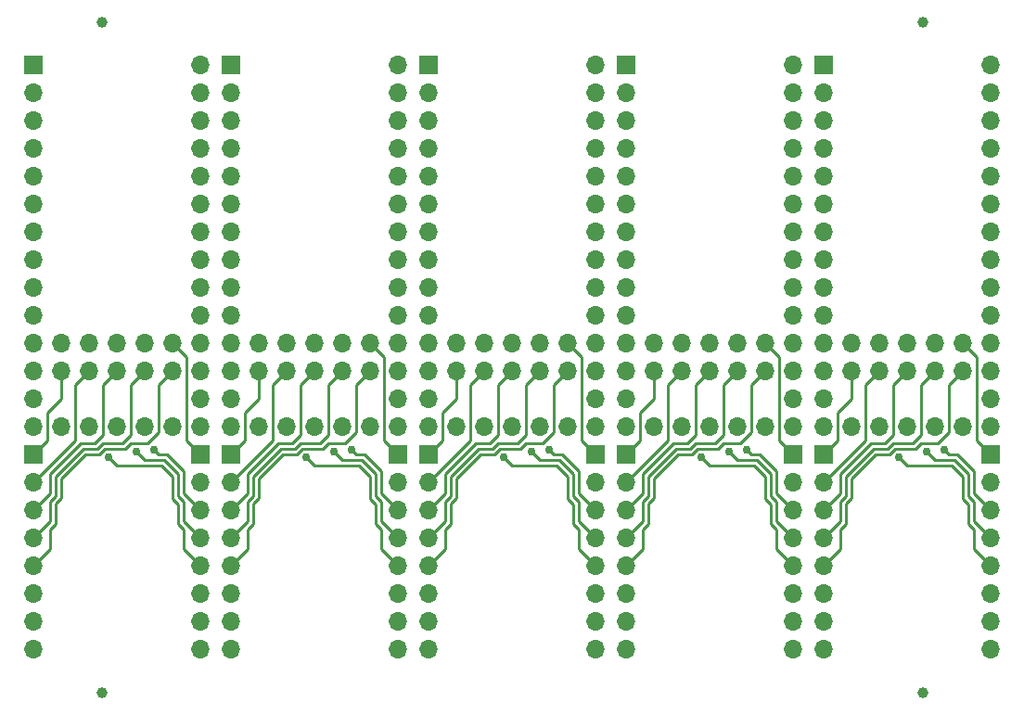
<source format=gtl>
G04 #@! TF.GenerationSoftware,KiCad,Pcbnew,(5.1.5)-3*
G04 #@! TF.CreationDate,2019-12-30T21:57:11-08:00*
G04 #@! TF.ProjectId,teensy40-bb-panel,7465656e-7379-4343-902d-62622d70616e,A*
G04 #@! TF.SameCoordinates,Original*
G04 #@! TF.FileFunction,Copper,L1,Top*
G04 #@! TF.FilePolarity,Positive*
%FSLAX46Y46*%
G04 Gerber Fmt 4.6, Leading zero omitted, Abs format (unit mm)*
G04 Created by KiCad (PCBNEW (5.1.5)-3) date 2019-12-30 21:57:11*
%MOMM*%
%LPD*%
G04 APERTURE LIST*
%ADD10O,1.700000X1.700000*%
%ADD11R,1.700000X1.700000*%
%ADD12C,1.000000*%
%ADD13C,0.762000*%
%ADD14C,0.254000*%
%ADD15C,0.250000*%
G04 APERTURE END LIST*
D10*
X122174000Y-114808000D03*
X124714000Y-114808000D03*
X127254000Y-114808000D03*
X129794000Y-114808000D03*
X132334000Y-114808000D03*
X132334000Y-107188000D03*
X129794000Y-107188000D03*
X127254000Y-107188000D03*
X124714000Y-107188000D03*
X122174000Y-107188000D03*
X122174000Y-109728000D03*
X124714000Y-109728000D03*
X127254000Y-109728000D03*
X129794000Y-109728000D03*
X132334000Y-109728000D03*
X119634000Y-84328000D03*
X119634000Y-86868000D03*
X119634000Y-89408000D03*
X119634000Y-91948000D03*
X119634000Y-94488000D03*
X119634000Y-97028000D03*
X119634000Y-99568000D03*
X119634000Y-102108000D03*
X119634000Y-104648000D03*
X119634000Y-107188000D03*
X119634000Y-109728000D03*
X119634000Y-112268000D03*
X119634000Y-114808000D03*
X134874000Y-114808000D03*
X134874000Y-112268000D03*
X134874000Y-109728000D03*
X134874000Y-107188000D03*
X134874000Y-104648000D03*
X134874000Y-102108000D03*
X134874000Y-99568000D03*
X134874000Y-97028000D03*
X134874000Y-94488000D03*
X134874000Y-91948000D03*
X134874000Y-89408000D03*
X134874000Y-86868000D03*
X134874000Y-84328000D03*
X134874000Y-81788000D03*
D11*
X119634000Y-81788000D03*
D10*
X158242000Y-114808000D03*
X160782000Y-114808000D03*
X163322000Y-114808000D03*
X165862000Y-114808000D03*
X168402000Y-114808000D03*
X168402000Y-107188000D03*
X165862000Y-107188000D03*
X163322000Y-107188000D03*
X160782000Y-107188000D03*
X158242000Y-107188000D03*
X158242000Y-109728000D03*
X160782000Y-109728000D03*
X163322000Y-109728000D03*
X165862000Y-109728000D03*
X168402000Y-109728000D03*
X155702000Y-84328000D03*
X155702000Y-86868000D03*
X155702000Y-89408000D03*
X155702000Y-91948000D03*
X155702000Y-94488000D03*
X155702000Y-97028000D03*
X155702000Y-99568000D03*
X155702000Y-102108000D03*
X155702000Y-104648000D03*
X155702000Y-107188000D03*
X155702000Y-109728000D03*
X155702000Y-112268000D03*
X155702000Y-114808000D03*
X170942000Y-114808000D03*
X170942000Y-112268000D03*
X170942000Y-109728000D03*
X170942000Y-107188000D03*
X170942000Y-104648000D03*
X170942000Y-102108000D03*
X170942000Y-99568000D03*
X170942000Y-97028000D03*
X170942000Y-94488000D03*
X170942000Y-91948000D03*
X170942000Y-89408000D03*
X170942000Y-86868000D03*
X170942000Y-84328000D03*
X170942000Y-81788000D03*
D11*
X155702000Y-81788000D03*
D10*
X176276000Y-114808000D03*
X178816000Y-114808000D03*
X181356000Y-114808000D03*
X183896000Y-114808000D03*
X186436000Y-114808000D03*
X186436000Y-107188000D03*
X183896000Y-107188000D03*
X181356000Y-107188000D03*
X178816000Y-107188000D03*
X176276000Y-107188000D03*
X176276000Y-109728000D03*
X178816000Y-109728000D03*
X181356000Y-109728000D03*
X183896000Y-109728000D03*
X186436000Y-109728000D03*
X173736000Y-84328000D03*
X173736000Y-86868000D03*
X173736000Y-89408000D03*
X173736000Y-91948000D03*
X173736000Y-94488000D03*
X173736000Y-97028000D03*
X173736000Y-99568000D03*
X173736000Y-102108000D03*
X173736000Y-104648000D03*
X173736000Y-107188000D03*
X173736000Y-109728000D03*
X173736000Y-112268000D03*
X173736000Y-114808000D03*
X188976000Y-114808000D03*
X188976000Y-112268000D03*
X188976000Y-109728000D03*
X188976000Y-107188000D03*
X188976000Y-104648000D03*
X188976000Y-102108000D03*
X188976000Y-99568000D03*
X188976000Y-97028000D03*
X188976000Y-94488000D03*
X188976000Y-91948000D03*
X188976000Y-89408000D03*
X188976000Y-86868000D03*
X188976000Y-84328000D03*
X188976000Y-81788000D03*
D11*
X173736000Y-81788000D03*
D10*
X140208000Y-114808000D03*
X142748000Y-114808000D03*
X145288000Y-114808000D03*
X147828000Y-114808000D03*
X150368000Y-114808000D03*
X150368000Y-107188000D03*
X147828000Y-107188000D03*
X145288000Y-107188000D03*
X142748000Y-107188000D03*
X140208000Y-107188000D03*
X140208000Y-109728000D03*
X142748000Y-109728000D03*
X145288000Y-109728000D03*
X147828000Y-109728000D03*
X150368000Y-109728000D03*
X137668000Y-84328000D03*
X137668000Y-86868000D03*
X137668000Y-89408000D03*
X137668000Y-91948000D03*
X137668000Y-94488000D03*
X137668000Y-97028000D03*
X137668000Y-99568000D03*
X137668000Y-102108000D03*
X137668000Y-104648000D03*
X137668000Y-107188000D03*
X137668000Y-109728000D03*
X137668000Y-112268000D03*
X137668000Y-114808000D03*
X152908000Y-114808000D03*
X152908000Y-112268000D03*
X152908000Y-109728000D03*
X152908000Y-107188000D03*
X152908000Y-104648000D03*
X152908000Y-102108000D03*
X152908000Y-99568000D03*
X152908000Y-97028000D03*
X152908000Y-94488000D03*
X152908000Y-91948000D03*
X152908000Y-89408000D03*
X152908000Y-86868000D03*
X152908000Y-84328000D03*
X152908000Y-81788000D03*
D11*
X137668000Y-81788000D03*
X116840000Y-117348000D03*
D10*
X116840000Y-119888000D03*
X116840000Y-122428000D03*
X116840000Y-124968000D03*
X116840000Y-127508000D03*
X116840000Y-130048000D03*
X116840000Y-132588000D03*
X116840000Y-135128000D03*
D11*
X101600000Y-117348000D03*
D10*
X101600000Y-119888000D03*
X101600000Y-122428000D03*
X101600000Y-124968000D03*
X101600000Y-127508000D03*
X101600000Y-130048000D03*
X101600000Y-132588000D03*
X101600000Y-135128000D03*
D11*
X101600000Y-81788000D03*
D10*
X116840000Y-81788000D03*
X116840000Y-84328000D03*
X116840000Y-86868000D03*
X116840000Y-89408000D03*
X116840000Y-91948000D03*
X116840000Y-94488000D03*
X116840000Y-97028000D03*
X116840000Y-99568000D03*
X116840000Y-102108000D03*
X116840000Y-104648000D03*
X116840000Y-107188000D03*
X116840000Y-109728000D03*
X116840000Y-112268000D03*
X116840000Y-114808000D03*
X101600000Y-114808000D03*
X101600000Y-112268000D03*
X101600000Y-109728000D03*
X101600000Y-107188000D03*
X101600000Y-104648000D03*
X101600000Y-102108000D03*
X101600000Y-99568000D03*
X101600000Y-97028000D03*
X101600000Y-94488000D03*
X101600000Y-91948000D03*
X101600000Y-89408000D03*
X101600000Y-86868000D03*
X101600000Y-84328000D03*
X114300000Y-109728000D03*
X111760000Y-109728000D03*
X109220000Y-109728000D03*
X106680000Y-109728000D03*
X104140000Y-109728000D03*
X104140000Y-107188000D03*
X106680000Y-107188000D03*
X109220000Y-107188000D03*
X111760000Y-107188000D03*
X114300000Y-107188000D03*
X114300000Y-114808000D03*
X111760000Y-114808000D03*
X109220000Y-114808000D03*
X106680000Y-114808000D03*
X104140000Y-114808000D03*
D12*
X182753000Y-77851000D03*
X107823000Y-77851000D03*
D10*
X152908000Y-135128000D03*
X152908000Y-132588000D03*
X152908000Y-130048000D03*
X152908000Y-127508000D03*
X152908000Y-124968000D03*
X152908000Y-122428000D03*
X152908000Y-119888000D03*
D11*
X152908000Y-117348000D03*
D10*
X173736000Y-135128000D03*
X173736000Y-132588000D03*
X173736000Y-130048000D03*
X173736000Y-127508000D03*
X173736000Y-124968000D03*
X173736000Y-122428000D03*
X173736000Y-119888000D03*
D11*
X173736000Y-117348000D03*
D10*
X137668000Y-135128000D03*
X137668000Y-132588000D03*
X137668000Y-130048000D03*
X137668000Y-127508000D03*
X137668000Y-124968000D03*
X137668000Y-122428000D03*
X137668000Y-119888000D03*
D11*
X137668000Y-117348000D03*
D10*
X155702000Y-135128000D03*
X155702000Y-132588000D03*
X155702000Y-130048000D03*
X155702000Y-127508000D03*
X155702000Y-124968000D03*
X155702000Y-122428000D03*
X155702000Y-119888000D03*
D11*
X155702000Y-117348000D03*
D10*
X188976000Y-135128000D03*
X188976000Y-132588000D03*
X188976000Y-130048000D03*
X188976000Y-127508000D03*
X188976000Y-124968000D03*
X188976000Y-122428000D03*
X188976000Y-119888000D03*
D11*
X188976000Y-117348000D03*
D10*
X170942000Y-135128000D03*
X170942000Y-132588000D03*
X170942000Y-130048000D03*
X170942000Y-127508000D03*
X170942000Y-124968000D03*
X170942000Y-122428000D03*
X170942000Y-119888000D03*
D11*
X170942000Y-117348000D03*
D10*
X134874000Y-135128000D03*
X134874000Y-132588000D03*
X134874000Y-130048000D03*
X134874000Y-127508000D03*
X134874000Y-124968000D03*
X134874000Y-122428000D03*
X134874000Y-119888000D03*
D11*
X134874000Y-117348000D03*
D10*
X119634000Y-135128000D03*
X119634000Y-132588000D03*
X119634000Y-130048000D03*
X119634000Y-127508000D03*
X119634000Y-124968000D03*
X119634000Y-122428000D03*
X119634000Y-119888000D03*
D11*
X119634000Y-117348000D03*
D12*
X107823000Y-139065000D03*
X182753000Y-139065000D03*
D13*
X162560000Y-117602000D03*
X180594000Y-117602000D03*
X108458000Y-117602000D03*
X144526000Y-117602000D03*
X126492000Y-117602000D03*
X147066000Y-117094000D03*
X183134000Y-117094000D03*
X129032000Y-117094000D03*
X110998000Y-117094000D03*
X165100000Y-117094000D03*
X184688816Y-116870816D03*
X166654816Y-116870816D03*
X112552816Y-116870816D03*
X130586816Y-116870816D03*
X148620816Y-116870816D03*
D14*
X185166000Y-115316000D02*
X184150000Y-116332000D01*
X164040434Y-116840000D02*
X162218868Y-116840000D01*
X157226000Y-125984000D02*
X156551999Y-126658001D01*
X139192000Y-125984000D02*
X138517999Y-126658001D01*
X158242019Y-119546849D02*
X158242018Y-121324850D01*
X144184868Y-116840000D02*
X143676868Y-117348000D01*
X121158000Y-125984000D02*
X120483999Y-126658001D01*
X139192000Y-124206000D02*
X139192000Y-125984000D01*
X149098000Y-115316000D02*
X148082000Y-116332000D01*
X128480434Y-116332000D02*
X127972434Y-116840000D01*
X131064000Y-115316000D02*
X130048000Y-116332000D01*
X157734000Y-121832868D02*
X157734000Y-123698000D01*
X182074434Y-116840000D02*
X180252868Y-116840000D01*
X122174018Y-121324850D02*
X121666000Y-121832868D01*
X146514434Y-116332000D02*
X146006434Y-116840000D01*
X166116000Y-116332000D02*
X164548434Y-116332000D01*
X182582434Y-116332000D02*
X182074434Y-116840000D01*
X148082000Y-116332000D02*
X146514434Y-116332000D01*
X175768000Y-121832868D02*
X175768000Y-123698000D01*
X176276018Y-121324850D02*
X175768000Y-121832868D01*
X139700000Y-121832868D02*
X139700000Y-123698000D01*
X179744868Y-117348000D02*
X178474868Y-117348000D01*
X158242018Y-121324850D02*
X157734000Y-121832868D01*
X143676868Y-117348000D02*
X142406868Y-117348000D01*
X126150868Y-116840000D02*
X125642868Y-117348000D01*
X175260000Y-124206000D02*
X175260000Y-125984000D01*
X121158000Y-124206000D02*
X121158000Y-125984000D01*
X161710868Y-117348000D02*
X160440868Y-117348000D01*
X176276019Y-119546849D02*
X176276018Y-121324850D01*
X175260000Y-125984000D02*
X174585999Y-126658001D01*
X167132000Y-115316000D02*
X166116000Y-116332000D01*
X164548434Y-116332000D02*
X164040434Y-116840000D01*
X140208019Y-119546849D02*
X140208018Y-121324850D01*
X122174019Y-119546849D02*
X122174018Y-121324850D01*
X127972434Y-116840000D02*
X126150868Y-116840000D01*
X125642868Y-117348000D02*
X124372868Y-117348000D01*
X121666000Y-121832868D02*
X121666000Y-123698000D01*
X140208018Y-121324850D02*
X139700000Y-121832868D01*
X157226000Y-124206000D02*
X157226000Y-125984000D01*
X184150000Y-116332000D02*
X182582434Y-116332000D01*
D15*
X185166000Y-110998000D02*
X185166000Y-115316000D01*
D14*
X130048000Y-116332000D02*
X128480434Y-116332000D01*
X180252868Y-116840000D02*
X179744868Y-117348000D01*
X162218868Y-116840000D02*
X161710868Y-117348000D01*
X146006434Y-116840000D02*
X144184868Y-116840000D01*
X124372868Y-117348000D02*
X122174019Y-119546849D01*
X138517999Y-126658001D02*
X137668000Y-127508000D01*
X102449999Y-126658001D02*
X101600000Y-127508000D01*
X104140018Y-121324850D02*
X103632000Y-121832868D01*
X103124000Y-124206000D02*
X103124000Y-125984000D01*
X103632000Y-123698000D02*
X103124000Y-124206000D01*
X107608868Y-117348000D02*
X106338868Y-117348000D01*
X110446434Y-116332000D02*
X109938434Y-116840000D01*
D15*
X114300000Y-109728000D02*
X113030000Y-110998000D01*
D14*
X108116868Y-116840000D02*
X107608868Y-117348000D01*
X104140019Y-119546849D02*
X104140018Y-121324850D01*
X109938434Y-116840000D02*
X108116868Y-116840000D01*
X106338868Y-117348000D02*
X104140019Y-119546849D01*
X157734000Y-123698000D02*
X157226000Y-124206000D01*
X174585999Y-126658001D02*
X173736000Y-127508000D01*
X156551999Y-126658001D02*
X155702000Y-127508000D01*
X103124000Y-125984000D02*
X102449999Y-126658001D01*
X112014000Y-116332000D02*
X110446434Y-116332000D01*
X103632000Y-121832868D02*
X103632000Y-123698000D01*
X120483999Y-126658001D02*
X119634000Y-127508000D01*
D15*
X167132000Y-110998000D02*
X167132000Y-115316000D01*
X149098000Y-110998000D02*
X149098000Y-115316000D01*
X131064000Y-110998000D02*
X131064000Y-115316000D01*
X186436000Y-109728000D02*
X185166000Y-110998000D01*
X168402000Y-109728000D02*
X167132000Y-110998000D01*
X150368000Y-109728000D02*
X149098000Y-110998000D01*
D14*
X121666000Y-123698000D02*
X121158000Y-124206000D01*
X178474868Y-117348000D02*
X176276019Y-119546849D01*
X142406868Y-117348000D02*
X140208019Y-119546849D01*
D15*
X132334000Y-109728000D02*
X131064000Y-110998000D01*
D14*
X113030000Y-115316000D02*
X112014000Y-116332000D01*
X175768000Y-123698000D02*
X175260000Y-124206000D01*
X139700000Y-123698000D02*
X139192000Y-124206000D01*
D15*
X113030000Y-110998000D02*
X113030000Y-115316000D01*
D14*
X160440868Y-117348000D02*
X158242019Y-119546849D01*
X121666009Y-119336443D02*
X121666009Y-121114425D01*
X179534434Y-116840000D02*
X178264434Y-116840000D01*
X128524000Y-115570000D02*
X127762000Y-116332000D01*
X175260000Y-123444000D02*
X173736000Y-124968000D01*
D15*
X183896000Y-109728000D02*
X182626000Y-110998000D01*
D14*
X161500434Y-116840000D02*
X160230434Y-116840000D01*
X157734009Y-119336443D02*
X157734009Y-121114425D01*
X143466434Y-116840000D02*
X142196434Y-116840000D01*
X139192000Y-123444000D02*
X137668000Y-124968000D01*
X127762000Y-116332000D02*
X125937606Y-116332000D01*
X125432434Y-116840000D02*
X124162434Y-116840000D01*
X139700009Y-121114425D02*
X139192000Y-121622434D01*
X125937606Y-116332000D02*
X125937606Y-116334828D01*
X139700000Y-119336434D02*
X139700009Y-119336443D01*
X175768009Y-121114425D02*
X175260000Y-121622434D01*
X121666009Y-121114425D02*
X121158000Y-121622434D01*
X157226000Y-123444000D02*
X155702000Y-124968000D01*
X121158000Y-123444000D02*
X119634000Y-124968000D01*
D15*
X165862000Y-109728000D02*
X164592000Y-110998000D01*
D14*
X178264434Y-116840000D02*
X175768000Y-119336434D01*
X143971606Y-116332000D02*
X143971606Y-116334828D01*
X175260000Y-121622434D02*
X175260000Y-123444000D01*
X157734000Y-119336434D02*
X157734009Y-119336443D01*
X121666000Y-119336434D02*
X121666009Y-119336443D01*
X181864000Y-116332000D02*
X180039606Y-116332000D01*
X142196434Y-116840000D02*
X139700000Y-119336434D01*
X146558000Y-115570000D02*
X145796000Y-116332000D01*
X124162434Y-116840000D02*
X121666000Y-119336434D01*
X157734009Y-121114425D02*
X157226000Y-121622434D01*
X180039606Y-116334828D02*
X179534434Y-116840000D01*
X125937606Y-116334828D02*
X125432434Y-116840000D01*
X139192000Y-121622434D02*
X139192000Y-123444000D01*
X180039606Y-116332000D02*
X180039606Y-116334828D01*
X121158000Y-121622434D02*
X121158000Y-123444000D01*
X162005606Y-116334828D02*
X161500434Y-116840000D01*
X182626000Y-115570000D02*
X181864000Y-116332000D01*
X160230434Y-116840000D02*
X157734000Y-119336434D01*
X164592000Y-115570000D02*
X163830000Y-116332000D01*
X175768009Y-119336443D02*
X175768009Y-121114425D01*
X139700009Y-119336443D02*
X139700009Y-121114425D01*
X162005606Y-116332000D02*
X162005606Y-116334828D01*
X175768000Y-119336434D02*
X175768009Y-119336443D01*
X143971606Y-116334828D02*
X143466434Y-116840000D01*
X157226000Y-121622434D02*
X157226000Y-123444000D01*
X163830000Y-116332000D02*
X162005606Y-116332000D01*
X145796000Y-116332000D02*
X143971606Y-116332000D01*
X106128434Y-116840000D02*
X103632000Y-119336434D01*
X107903606Y-116332000D02*
X107903606Y-116334828D01*
X103124000Y-121622434D02*
X103124000Y-123444000D01*
X109728000Y-116332000D02*
X107903606Y-116332000D01*
X103632009Y-121114425D02*
X103124000Y-121622434D01*
X103632000Y-119336434D02*
X103632009Y-119336443D01*
X103632009Y-119336443D02*
X103632009Y-121114425D01*
D15*
X110490000Y-110998000D02*
X110490000Y-115570000D01*
X147828000Y-109728000D02*
X146558000Y-110998000D01*
X129794000Y-109728000D02*
X128524000Y-110998000D01*
X164592000Y-110998000D02*
X164592000Y-115570000D01*
D14*
X107903606Y-116334828D02*
X107398434Y-116840000D01*
X103124000Y-123444000D02*
X101600000Y-124968000D01*
D15*
X111760000Y-109728000D02*
X110490000Y-110998000D01*
D14*
X110490000Y-115570000D02*
X109728000Y-116332000D01*
D15*
X182626000Y-110998000D02*
X182626000Y-115570000D01*
X146558000Y-110998000D02*
X146558000Y-115570000D01*
X128524000Y-110998000D02*
X128524000Y-115570000D01*
D14*
X107398434Y-116840000D02*
X106128434Y-116840000D01*
X160020000Y-116332000D02*
X157226000Y-119126000D01*
D15*
X162052000Y-115570000D02*
X161290000Y-116332000D01*
X125984000Y-115570000D02*
X125222000Y-116332000D01*
X125984000Y-110998000D02*
X125984000Y-115570000D01*
D14*
X161290000Y-116332000D02*
X160020000Y-116332000D01*
X178054000Y-116332000D02*
X175260000Y-119126000D01*
X175260000Y-120904000D02*
X173736000Y-122428000D01*
X179324000Y-116332000D02*
X178054000Y-116332000D01*
D15*
X144018000Y-110998000D02*
X144018000Y-115570000D01*
D14*
X125222000Y-116332000D02*
X123952000Y-116332000D01*
D15*
X144018000Y-115570000D02*
X143256000Y-116332000D01*
D14*
X123952000Y-116332000D02*
X121158000Y-119126000D01*
D15*
X180086000Y-110998000D02*
X180086000Y-115570000D01*
X162052000Y-110998000D02*
X162052000Y-115570000D01*
D14*
X141986000Y-116332000D02*
X139192000Y-119126000D01*
X143256000Y-116332000D02*
X141986000Y-116332000D01*
D15*
X180086000Y-115570000D02*
X179324000Y-116332000D01*
D14*
X157226000Y-119126000D02*
X157226000Y-120904000D01*
X139192000Y-119126000D02*
X139192000Y-120904000D01*
X107188000Y-116332000D02*
X105918000Y-116332000D01*
D15*
X107950000Y-115570000D02*
X107188000Y-116332000D01*
D14*
X103124000Y-120904000D02*
X101600000Y-122428000D01*
X105918000Y-116332000D02*
X103124000Y-119126000D01*
D15*
X107950000Y-110998000D02*
X107950000Y-115570000D01*
X109220000Y-109728000D02*
X107950000Y-110998000D01*
D14*
X157226000Y-120904000D02*
X155702000Y-122428000D01*
X139192000Y-120904000D02*
X137668000Y-122428000D01*
D15*
X145288000Y-109728000D02*
X144018000Y-110998000D01*
D14*
X103124000Y-119126000D02*
X103124000Y-120904000D01*
X121158000Y-119126000D02*
X121158000Y-120904000D01*
X121158000Y-120904000D02*
X119634000Y-122428000D01*
D15*
X181356000Y-109728000D02*
X180086000Y-110998000D01*
X163322000Y-109728000D02*
X162052000Y-110998000D01*
X127254000Y-109728000D02*
X125984000Y-110998000D01*
D14*
X175260000Y-119126000D02*
X175260000Y-120904000D01*
D15*
X138517999Y-119038001D02*
X137668000Y-119888000D01*
X120483999Y-119038001D02*
X119634000Y-119888000D01*
X105410000Y-110998000D02*
X105410000Y-116078000D01*
X178816000Y-109728000D02*
X177546000Y-110998000D01*
X105410000Y-116078000D02*
X102449999Y-119038001D01*
X174585999Y-119038001D02*
X173736000Y-119888000D01*
X160782000Y-109728000D02*
X159512000Y-110998000D01*
X123444000Y-110998000D02*
X123444000Y-116078000D01*
X177546000Y-116078000D02*
X174585999Y-119038001D01*
X141478000Y-116078000D02*
X138517999Y-119038001D01*
X159512000Y-110998000D02*
X159512000Y-116078000D01*
X141478000Y-110998000D02*
X141478000Y-116078000D01*
X177546000Y-110998000D02*
X177546000Y-116078000D01*
X142748000Y-109728000D02*
X141478000Y-110998000D01*
X106680000Y-109728000D02*
X105410000Y-110998000D01*
X102449999Y-119038001D02*
X101600000Y-119888000D01*
X123444000Y-116078000D02*
X120483999Y-119038001D01*
X156551999Y-119038001D02*
X155702000Y-119888000D01*
X124714000Y-109728000D02*
X123444000Y-110998000D01*
X159512000Y-116078000D02*
X156551999Y-119038001D01*
X138938000Y-113538000D02*
X138938000Y-116078000D01*
X175006000Y-116078000D02*
X173736000Y-117348000D01*
X176276000Y-109728000D02*
X176276000Y-112268000D01*
X158242000Y-109728000D02*
X158242000Y-112268000D01*
X176276000Y-112268000D02*
X175006000Y-113538000D01*
X175006000Y-113538000D02*
X175006000Y-116078000D01*
X102870000Y-113538000D02*
X102870000Y-116078000D01*
X104140000Y-109728000D02*
X104140000Y-112268000D01*
X120904000Y-113538000D02*
X120904000Y-116078000D01*
X120904000Y-116078000D02*
X119634000Y-117348000D01*
X140208000Y-112268000D02*
X138938000Y-113538000D01*
X156972000Y-113538000D02*
X156972000Y-116078000D01*
X122174000Y-112268000D02*
X120904000Y-113538000D01*
X158242000Y-112268000D02*
X156972000Y-113538000D01*
X104140000Y-112268000D02*
X102870000Y-113538000D01*
X156972000Y-116078000D02*
X155702000Y-117348000D01*
X140208000Y-109728000D02*
X140208000Y-112268000D01*
X122174000Y-109728000D02*
X122174000Y-112268000D01*
X138938000Y-116078000D02*
X137668000Y-117348000D01*
X102870000Y-116078000D02*
X101600000Y-117348000D01*
D14*
X150367981Y-119379981D02*
X150367981Y-121368415D01*
X150875991Y-122174009D02*
X150875991Y-123697991D01*
X169418000Y-124206000D02*
X169418000Y-125984000D01*
X133350000Y-124206000D02*
X133350000Y-125984000D01*
X133350000Y-125984000D02*
X134874000Y-127508000D01*
X149352000Y-118364000D02*
X150367981Y-119379981D01*
X131318000Y-118364000D02*
X132333981Y-119379981D01*
X186435981Y-119379981D02*
X186435981Y-121368415D01*
X181356000Y-118364000D02*
X185420000Y-118364000D01*
X151384000Y-124206000D02*
X151384000Y-125984000D01*
X187452000Y-125984000D02*
X188976000Y-127508000D01*
X169418000Y-125984000D02*
X170942000Y-127508000D01*
X185420000Y-118364000D02*
X186435981Y-119379981D01*
X132842000Y-122174000D02*
X132841991Y-122174009D01*
X167386000Y-118364000D02*
X168401981Y-119379981D01*
X132333981Y-119379981D02*
X132333981Y-121368415D01*
X180594000Y-117602000D02*
X181356000Y-118364000D01*
X150876000Y-122174000D02*
X150875991Y-122174009D01*
X186943991Y-123697991D02*
X187452000Y-124206000D01*
X186943991Y-122174009D02*
X186943991Y-123697991D01*
X151384000Y-125984000D02*
X152908000Y-127508000D01*
X150875991Y-123697991D02*
X151384000Y-124206000D01*
X132841991Y-122174009D02*
X132841991Y-123697991D01*
X168401981Y-121368415D02*
X168910000Y-121876434D01*
X168909991Y-122174009D02*
X168909991Y-123697991D01*
X150367981Y-121368415D02*
X150876000Y-121876434D01*
X145288000Y-118364000D02*
X149352000Y-118364000D01*
X163322000Y-118364000D02*
X167386000Y-118364000D01*
X186435981Y-121368415D02*
X186944000Y-121876434D01*
X168910000Y-122174000D02*
X168909991Y-122174009D01*
X132333981Y-121368415D02*
X132842000Y-121876434D01*
X127254000Y-118364000D02*
X131318000Y-118364000D01*
X187452000Y-124206000D02*
X187452000Y-125984000D01*
X132841991Y-123697991D02*
X133350000Y-124206000D01*
X168401981Y-119379981D02*
X168401981Y-121368415D01*
X168909991Y-123697991D02*
X169418000Y-124206000D01*
X162560000Y-117602000D02*
X163322000Y-118364000D01*
X186944000Y-122174000D02*
X186943991Y-122174009D01*
X115316000Y-124206000D02*
X115316000Y-125984000D01*
X114807991Y-123697991D02*
X115316000Y-124206000D01*
X150876000Y-121876434D02*
X150876000Y-122174000D01*
X132842000Y-121876434D02*
X132842000Y-122174000D01*
X114808000Y-122174000D02*
X114807991Y-122174009D01*
X114299981Y-119379981D02*
X114299981Y-121368415D01*
X115316000Y-125984000D02*
X116840000Y-127508000D01*
X109220000Y-118364000D02*
X113284000Y-118364000D01*
X108458000Y-117602000D02*
X109220000Y-118364000D01*
X114807991Y-122174009D02*
X114807991Y-123697991D01*
X126492000Y-117602000D02*
X127254000Y-118364000D01*
X113284000Y-118364000D02*
X114299981Y-119379981D01*
X114299981Y-121368415D02*
X114808000Y-121876434D01*
X114808000Y-121876434D02*
X114808000Y-122174000D01*
X144526000Y-117602000D02*
X145288000Y-118364000D01*
X186944000Y-121876434D02*
X186944000Y-122174000D01*
X168910000Y-121876434D02*
X168910000Y-122174000D01*
X168910000Y-119126000D02*
X167640000Y-117856000D01*
X183896000Y-117856000D02*
X183134000Y-117094000D01*
X170942000Y-124968000D02*
X169418000Y-123444000D01*
X150876000Y-121158000D02*
X150876000Y-119126000D01*
X169418000Y-121666000D02*
X168910000Y-121158000D01*
X147828000Y-117856000D02*
X147066000Y-117094000D01*
X168910000Y-121158000D02*
X168910000Y-119126000D01*
X116840000Y-124968000D02*
X115316000Y-123444000D01*
X132842000Y-119126000D02*
X131572000Y-117856000D01*
X151384000Y-121666000D02*
X150876000Y-121158000D01*
X186944000Y-121158000D02*
X186944000Y-119126000D01*
X187452000Y-121666000D02*
X186944000Y-121158000D01*
X188976000Y-124968000D02*
X187452000Y-123444000D01*
X131572000Y-117856000D02*
X129794000Y-117856000D01*
X132842000Y-121158000D02*
X132842000Y-119126000D01*
X150876000Y-119126000D02*
X149606000Y-117856000D01*
X187452000Y-123444000D02*
X187452000Y-121666000D01*
X134874000Y-124968000D02*
X133350000Y-123444000D01*
X169418000Y-123444000D02*
X169418000Y-121666000D01*
X167640000Y-117856000D02*
X165862000Y-117856000D01*
X133350000Y-121666000D02*
X132842000Y-121158000D01*
X151384000Y-123444000D02*
X151384000Y-121666000D01*
X133350000Y-123444000D02*
X133350000Y-121666000D01*
X165862000Y-117856000D02*
X165100000Y-117094000D01*
X129794000Y-117856000D02*
X129032000Y-117094000D01*
X149606000Y-117856000D02*
X147828000Y-117856000D01*
X113538000Y-117856000D02*
X111760000Y-117856000D01*
X114808000Y-119126000D02*
X113538000Y-117856000D01*
X185674000Y-117856000D02*
X183896000Y-117856000D01*
X152908000Y-124968000D02*
X151384000Y-123444000D01*
X186944000Y-119126000D02*
X185674000Y-117856000D01*
X115316000Y-123444000D02*
X115316000Y-121666000D01*
X115316000Y-121666000D02*
X114808000Y-121158000D01*
X114808000Y-121158000D02*
X114808000Y-119126000D01*
X111760000Y-117856000D02*
X110998000Y-117094000D01*
X130586816Y-116870816D02*
X131064000Y-117348000D01*
X151384000Y-120904000D02*
X151384000Y-118872000D01*
X187452000Y-118872000D02*
X185928000Y-117348000D01*
X131064000Y-117348000D02*
X131826000Y-117348000D01*
X166654816Y-116870816D02*
X167132000Y-117348000D01*
X133350000Y-120904000D02*
X133350000Y-118872000D01*
X188976000Y-122428000D02*
X187452000Y-120904000D01*
X152908000Y-122428000D02*
X151384000Y-120904000D01*
X169418000Y-118872000D02*
X167894000Y-117348000D01*
X151384000Y-118872000D02*
X149860000Y-117348000D01*
X167132000Y-117348000D02*
X167894000Y-117348000D01*
X148620816Y-116870816D02*
X149098000Y-117348000D01*
X184688816Y-116870816D02*
X185166000Y-117348000D01*
X187452000Y-120904000D02*
X187452000Y-118872000D01*
X169418000Y-120904000D02*
X169418000Y-118872000D01*
X134874000Y-122428000D02*
X133350000Y-120904000D01*
X149098000Y-117348000D02*
X149860000Y-117348000D01*
X133350000Y-118872000D02*
X131826000Y-117348000D01*
X170942000Y-122428000D02*
X169418000Y-120904000D01*
X185166000Y-117348000D02*
X185928000Y-117348000D01*
X115316000Y-120904000D02*
X115316000Y-118872000D01*
X116840000Y-122428000D02*
X115316000Y-120904000D01*
X115316000Y-118872000D02*
X113792000Y-117348000D01*
X112552816Y-116870816D02*
X113030000Y-117348000D01*
X113030000Y-117348000D02*
X113792000Y-117348000D01*
D15*
X152908000Y-117348000D02*
X151638000Y-116078000D01*
X115570000Y-116078000D02*
X115570000Y-108458000D01*
X188976000Y-117348000D02*
X187706000Y-116078000D01*
X116840000Y-117348000D02*
X115570000Y-116078000D01*
X169251999Y-108037999D02*
X168402000Y-107188000D01*
X115570000Y-108458000D02*
X115149999Y-108037999D01*
X187706000Y-116078000D02*
X187706000Y-108458000D01*
X187285999Y-108037999D02*
X186436000Y-107188000D01*
X151217999Y-108037999D02*
X150368000Y-107188000D01*
X115149999Y-108037999D02*
X114300000Y-107188000D01*
X170942000Y-117348000D02*
X169672000Y-116078000D01*
X169672000Y-116078000D02*
X169672000Y-108458000D01*
X133604000Y-108458000D02*
X133183999Y-108037999D01*
X134874000Y-117348000D02*
X133604000Y-116078000D01*
X169672000Y-108458000D02*
X169251999Y-108037999D01*
X133604000Y-116078000D02*
X133604000Y-108458000D01*
X151638000Y-108458000D02*
X151217999Y-108037999D01*
X187706000Y-108458000D02*
X187285999Y-108037999D01*
X151638000Y-116078000D02*
X151638000Y-108458000D01*
X133183999Y-108037999D02*
X132334000Y-107188000D01*
M02*

</source>
